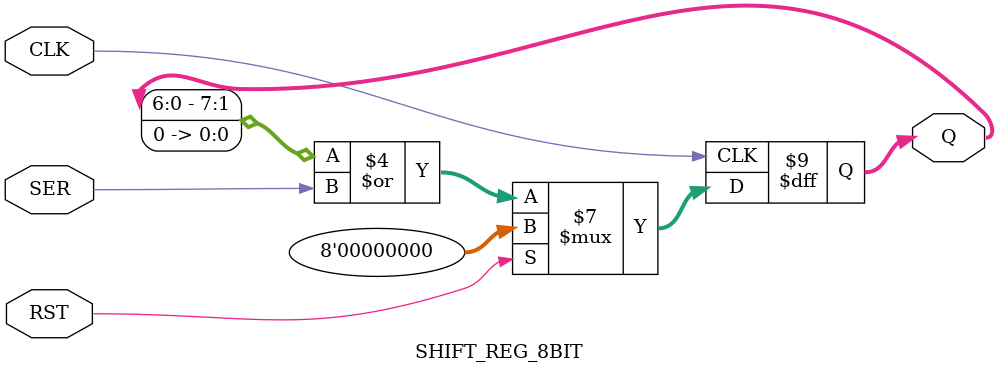
<source format=v>
`timescale 1ns / 1ps

module SHIFT_REG_8BIT(
	input CLK,
	input RST,// Active-low
	input SER,
	output reg [7:0]Q
);
	initial begin
		Q = 0;
	end
	always @(posedge CLK) begin
		if(RST == 1) begin
			Q <= 0;
		end else begin
			Q <= (Q<<1) | SER;
		end
	end

endmodule

</source>
